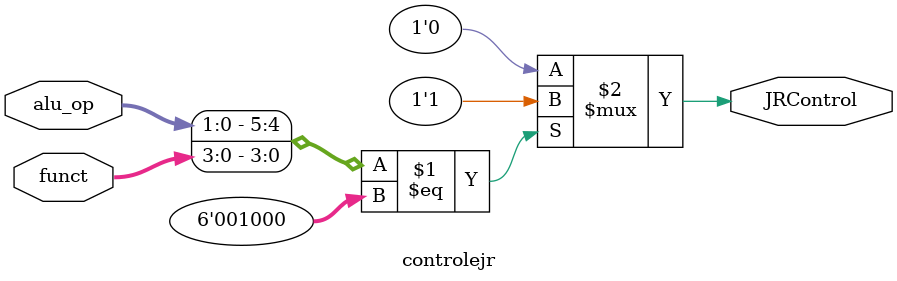
<source format=v>

module controlejr( input[1:0] alu_op, 
       input [3:0] funct,
       output JRControl
    );
assign JRControl = ({alu_op,funct}==6'b001000) ? 1'b1 : 1'b0;
endmodule
</source>
